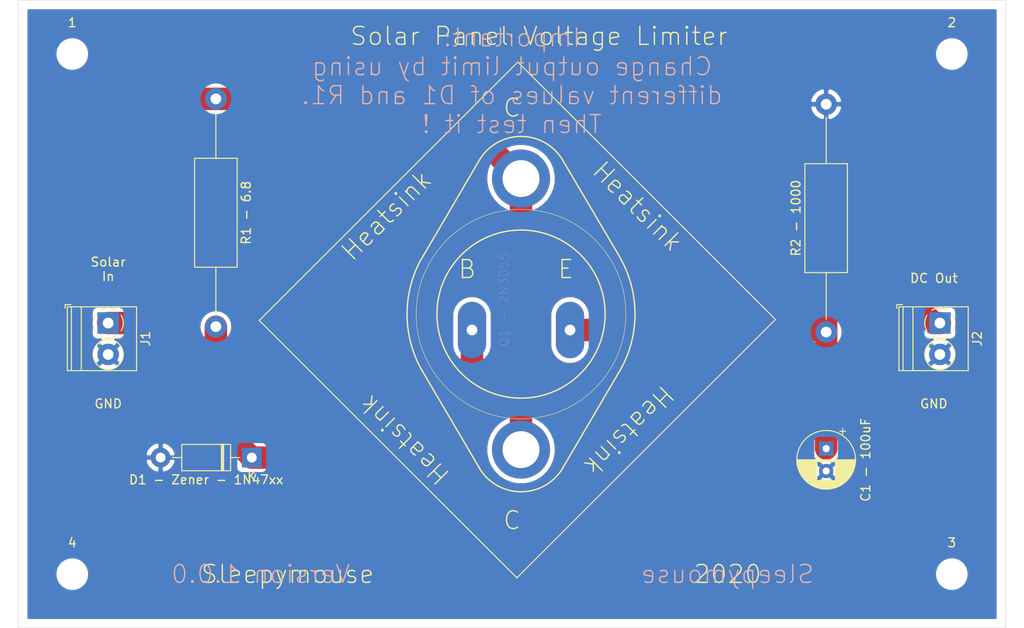
<source format=kicad_pcb>
(kicad_pcb (version 20171130) (host pcbnew "(5.1.5)-3")

  (general
    (thickness 1.6)
    (drawings 26)
    (tracks 26)
    (zones 0)
    (modules 11)
    (nets 5)
  )

  (page A4)
  (title_block
    (title "Garden Solar Light")
    (rev 1.0.1)
  )

  (layers
    (0 F.Cu signal)
    (31 B.Cu signal)
    (33 F.Adhes user)
    (34 B.Paste user)
    (35 F.Paste user)
    (36 B.SilkS user)
    (37 F.SilkS user)
    (38 B.Mask user)
    (39 F.Mask user)
    (40 Dwgs.User user)
    (41 Cmts.User user)
    (42 Eco1.User user)
    (43 Eco2.User user)
    (44 Edge.Cuts user)
    (45 Margin user)
    (46 B.CrtYd user)
    (47 F.CrtYd user)
    (48 B.Fab user)
    (49 F.Fab user)
  )

  (setup
    (last_trace_width 0.254)
    (user_trace_width 2)
    (user_trace_width 2.5)
    (user_trace_width 3)
    (trace_clearance 0.254)
    (zone_clearance 0.508)
    (zone_45_only no)
    (trace_min 0.1524)
    (via_size 0.762)
    (via_drill 0.381)
    (via_min_size 0.6858)
    (via_min_drill 0.3302)
    (uvia_size 0.762)
    (uvia_drill 0.381)
    (uvias_allowed no)
    (uvia_min_size 0.6858)
    (uvia_min_drill 0.3302)
    (edge_width 0.05)
    (segment_width 0.2)
    (pcb_text_width 0.3)
    (pcb_text_size 1.5 1.5)
    (mod_edge_width 0.12)
    (mod_text_size 1 1)
    (mod_text_width 0.15)
    (pad_size 1.524 1.524)
    (pad_drill 0.762)
    (pad_to_mask_clearance 0.0508)
    (solder_mask_min_width 0.1016)
    (aux_axis_origin 0 0)
    (visible_elements 7FFFFFFF)
    (pcbplotparams
      (layerselection 0x010f0_ffffffff)
      (usegerberextensions false)
      (usegerberattributes false)
      (usegerberadvancedattributes false)
      (creategerberjobfile false)
      (excludeedgelayer true)
      (linewidth 0.150000)
      (plotframeref false)
      (viasonmask false)
      (mode 1)
      (useauxorigin false)
      (hpglpennumber 1)
      (hpglpenspeed 20)
      (hpglpendiameter 15.000000)
      (psnegative false)
      (psa4output false)
      (plotreference true)
      (plotvalue false)
      (plotinvisibletext false)
      (padsonsilk true)
      (subtractmaskfromsilk false)
      (outputformat 1)
      (mirror false)
      (drillshape 0)
      (scaleselection 1)
      (outputdirectory "gerbers/jlcpcb/"))
  )

  (net 0 "")
  (net 1 GND)
  (net 2 "Net-(D1-Pad1)")
  (net 3 +VDC)
  (net 4 VCC)

  (net_class Default "This is the default net class."
    (clearance 0.254)
    (trace_width 0.254)
    (via_dia 0.762)
    (via_drill 0.381)
    (uvia_dia 0.762)
    (uvia_drill 0.381)
    (add_net +VDC)
    (add_net GND)
    (add_net "Net-(D1-Pad1)")
    (add_net VCC)
  )

  (module MountingHole:MountingHole_2.5mm (layer F.Cu) (tedit 56D1B4CB) (tstamp 5F4EF5BC)
    (at 76 56)
    (descr "Mounting Hole 2.5mm, no annular")
    (tags "mounting hole 2.5mm no annular")
    (attr virtual)
    (fp_text reference 1 (at 0 -3.5) (layer F.SilkS)
      (effects (font (size 1 1) (thickness 0.15)))
    )
    (fp_text value MountingHole_2.5mm (at 0 3.5) (layer F.Fab)
      (effects (font (size 1 1) (thickness 0.15)))
    )
    (fp_text user %R (at 0.3 0) (layer F.Fab)
      (effects (font (size 1 1) (thickness 0.15)))
    )
    (fp_circle (center 0 0) (end 2.5 0) (layer Cmts.User) (width 0.15))
    (fp_circle (center 0 0) (end 2.75 0) (layer F.CrtYd) (width 0.05))
    (pad 1 np_thru_hole circle (at 0 0) (size 2.5 2.5) (drill 2.5) (layers *.Cu *.Mask))
  )

  (module MountingHole:MountingHole_2.5mm (layer F.Cu) (tedit 56D1B4CB) (tstamp 5F4EF5A6)
    (at 76 114)
    (descr "Mounting Hole 2.5mm, no annular")
    (tags "mounting hole 2.5mm no annular")
    (attr virtual)
    (fp_text reference 4 (at 0 -3.5) (layer F.SilkS)
      (effects (font (size 1 1) (thickness 0.15)))
    )
    (fp_text value MountingHole_2.5mm (at 0 3.5) (layer F.Fab)
      (effects (font (size 1 1) (thickness 0.15)))
    )
    (fp_circle (center 0 0) (end 2.75 0) (layer F.CrtYd) (width 0.05))
    (fp_circle (center 0 0) (end 2.5 0) (layer Cmts.User) (width 0.15))
    (fp_text user %R (at 0.3 0) (layer F.Fab)
      (effects (font (size 1 1) (thickness 0.15)))
    )
    (pad 1 np_thru_hole circle (at 0 0) (size 2.5 2.5) (drill 2.5) (layers *.Cu *.Mask))
  )

  (module MountingHole:MountingHole_2.5mm (layer F.Cu) (tedit 56D1B4CB) (tstamp 5F4EF590)
    (at 174 114)
    (descr "Mounting Hole 2.5mm, no annular")
    (tags "mounting hole 2.5mm no annular")
    (attr virtual)
    (fp_text reference 3 (at 0 -3.5) (layer F.SilkS)
      (effects (font (size 1 1) (thickness 0.15)))
    )
    (fp_text value MountingHole_2.5mm (at 0 3.5) (layer F.Fab)
      (effects (font (size 1 1) (thickness 0.15)))
    )
    (fp_text user %R (at 0.3 0) (layer F.Fab)
      (effects (font (size 1 1) (thickness 0.15)))
    )
    (fp_circle (center 0 0) (end 2.5 0) (layer Cmts.User) (width 0.15))
    (fp_circle (center 0 0) (end 2.75 0) (layer F.CrtYd) (width 0.05))
    (pad 1 np_thru_hole circle (at 0 0) (size 2.5 2.5) (drill 2.5) (layers *.Cu *.Mask))
  )

  (module MountingHole:MountingHole_2.5mm (layer F.Cu) (tedit 56D1B4CB) (tstamp 5F4EF587)
    (at 174 56)
    (descr "Mounting Hole 2.5mm, no annular")
    (tags "mounting hole 2.5mm no annular")
    (attr virtual)
    (fp_text reference 2 (at 0 -3.5) (layer F.SilkS)
      (effects (font (size 1 1) (thickness 0.15)))
    )
    (fp_text value MountingHole_2.5mm (at 0 3.5) (layer F.Fab)
      (effects (font (size 1 1) (thickness 0.15)))
    )
    (fp_circle (center 0 0) (end 2.75 0) (layer F.CrtYd) (width 0.05))
    (fp_circle (center 0 0) (end 2.5 0) (layer Cmts.User) (width 0.15))
    (fp_text user %R (at 0.3 0) (layer F.Fab)
      (effects (font (size 1 1) (thickness 0.15)))
    )
    (pad 1 np_thru_hole circle (at 0 0) (size 2.5 2.5) (drill 2.5) (layers *.Cu *.Mask))
  )

  (module Capacitor_THT:CP_Radial_D6.3mm_P2.50mm (layer F.Cu) (tedit 5AE50EF0) (tstamp 5F4EC5CD)
    (at 160 100 270)
    (descr "CP, Radial series, Radial, pin pitch=2.50mm, , diameter=6.3mm, Electrolytic Capacitor")
    (tags "CP Radial series Radial pin pitch 2.50mm  diameter 6.3mm Electrolytic Capacitor")
    (path /5EB23603)
    (fp_text reference "C1 - 100uF" (at 1.25 -4.4 90) (layer F.SilkS)
      (effects (font (size 1 1) (thickness 0.15)))
    )
    (fp_text value 100uF (at 1.25 4.4 90) (layer F.Fab)
      (effects (font (size 1 1) (thickness 0.15)))
    )
    (fp_circle (center 1.25 0) (end 4.4 0) (layer F.Fab) (width 0.1))
    (fp_circle (center 1.25 0) (end 4.52 0) (layer F.SilkS) (width 0.12))
    (fp_circle (center 1.25 0) (end 4.65 0) (layer F.CrtYd) (width 0.05))
    (fp_line (start -1.443972 -1.3735) (end -0.813972 -1.3735) (layer F.Fab) (width 0.1))
    (fp_line (start -1.128972 -1.6885) (end -1.128972 -1.0585) (layer F.Fab) (width 0.1))
    (fp_line (start 1.25 -3.23) (end 1.25 3.23) (layer F.SilkS) (width 0.12))
    (fp_line (start 1.29 -3.23) (end 1.29 3.23) (layer F.SilkS) (width 0.12))
    (fp_line (start 1.33 -3.23) (end 1.33 3.23) (layer F.SilkS) (width 0.12))
    (fp_line (start 1.37 -3.228) (end 1.37 3.228) (layer F.SilkS) (width 0.12))
    (fp_line (start 1.41 -3.227) (end 1.41 3.227) (layer F.SilkS) (width 0.12))
    (fp_line (start 1.45 -3.224) (end 1.45 3.224) (layer F.SilkS) (width 0.12))
    (fp_line (start 1.49 -3.222) (end 1.49 -1.04) (layer F.SilkS) (width 0.12))
    (fp_line (start 1.49 1.04) (end 1.49 3.222) (layer F.SilkS) (width 0.12))
    (fp_line (start 1.53 -3.218) (end 1.53 -1.04) (layer F.SilkS) (width 0.12))
    (fp_line (start 1.53 1.04) (end 1.53 3.218) (layer F.SilkS) (width 0.12))
    (fp_line (start 1.57 -3.215) (end 1.57 -1.04) (layer F.SilkS) (width 0.12))
    (fp_line (start 1.57 1.04) (end 1.57 3.215) (layer F.SilkS) (width 0.12))
    (fp_line (start 1.61 -3.211) (end 1.61 -1.04) (layer F.SilkS) (width 0.12))
    (fp_line (start 1.61 1.04) (end 1.61 3.211) (layer F.SilkS) (width 0.12))
    (fp_line (start 1.65 -3.206) (end 1.65 -1.04) (layer F.SilkS) (width 0.12))
    (fp_line (start 1.65 1.04) (end 1.65 3.206) (layer F.SilkS) (width 0.12))
    (fp_line (start 1.69 -3.201) (end 1.69 -1.04) (layer F.SilkS) (width 0.12))
    (fp_line (start 1.69 1.04) (end 1.69 3.201) (layer F.SilkS) (width 0.12))
    (fp_line (start 1.73 -3.195) (end 1.73 -1.04) (layer F.SilkS) (width 0.12))
    (fp_line (start 1.73 1.04) (end 1.73 3.195) (layer F.SilkS) (width 0.12))
    (fp_line (start 1.77 -3.189) (end 1.77 -1.04) (layer F.SilkS) (width 0.12))
    (fp_line (start 1.77 1.04) (end 1.77 3.189) (layer F.SilkS) (width 0.12))
    (fp_line (start 1.81 -3.182) (end 1.81 -1.04) (layer F.SilkS) (width 0.12))
    (fp_line (start 1.81 1.04) (end 1.81 3.182) (layer F.SilkS) (width 0.12))
    (fp_line (start 1.85 -3.175) (end 1.85 -1.04) (layer F.SilkS) (width 0.12))
    (fp_line (start 1.85 1.04) (end 1.85 3.175) (layer F.SilkS) (width 0.12))
    (fp_line (start 1.89 -3.167) (end 1.89 -1.04) (layer F.SilkS) (width 0.12))
    (fp_line (start 1.89 1.04) (end 1.89 3.167) (layer F.SilkS) (width 0.12))
    (fp_line (start 1.93 -3.159) (end 1.93 -1.04) (layer F.SilkS) (width 0.12))
    (fp_line (start 1.93 1.04) (end 1.93 3.159) (layer F.SilkS) (width 0.12))
    (fp_line (start 1.971 -3.15) (end 1.971 -1.04) (layer F.SilkS) (width 0.12))
    (fp_line (start 1.971 1.04) (end 1.971 3.15) (layer F.SilkS) (width 0.12))
    (fp_line (start 2.011 -3.141) (end 2.011 -1.04) (layer F.SilkS) (width 0.12))
    (fp_line (start 2.011 1.04) (end 2.011 3.141) (layer F.SilkS) (width 0.12))
    (fp_line (start 2.051 -3.131) (end 2.051 -1.04) (layer F.SilkS) (width 0.12))
    (fp_line (start 2.051 1.04) (end 2.051 3.131) (layer F.SilkS) (width 0.12))
    (fp_line (start 2.091 -3.121) (end 2.091 -1.04) (layer F.SilkS) (width 0.12))
    (fp_line (start 2.091 1.04) (end 2.091 3.121) (layer F.SilkS) (width 0.12))
    (fp_line (start 2.131 -3.11) (end 2.131 -1.04) (layer F.SilkS) (width 0.12))
    (fp_line (start 2.131 1.04) (end 2.131 3.11) (layer F.SilkS) (width 0.12))
    (fp_line (start 2.171 -3.098) (end 2.171 -1.04) (layer F.SilkS) (width 0.12))
    (fp_line (start 2.171 1.04) (end 2.171 3.098) (layer F.SilkS) (width 0.12))
    (fp_line (start 2.211 -3.086) (end 2.211 -1.04) (layer F.SilkS) (width 0.12))
    (fp_line (start 2.211 1.04) (end 2.211 3.086) (layer F.SilkS) (width 0.12))
    (fp_line (start 2.251 -3.074) (end 2.251 -1.04) (layer F.SilkS) (width 0.12))
    (fp_line (start 2.251 1.04) (end 2.251 3.074) (layer F.SilkS) (width 0.12))
    (fp_line (start 2.291 -3.061) (end 2.291 -1.04) (layer F.SilkS) (width 0.12))
    (fp_line (start 2.291 1.04) (end 2.291 3.061) (layer F.SilkS) (width 0.12))
    (fp_line (start 2.331 -3.047) (end 2.331 -1.04) (layer F.SilkS) (width 0.12))
    (fp_line (start 2.331 1.04) (end 2.331 3.047) (layer F.SilkS) (width 0.12))
    (fp_line (start 2.371 -3.033) (end 2.371 -1.04) (layer F.SilkS) (width 0.12))
    (fp_line (start 2.371 1.04) (end 2.371 3.033) (layer F.SilkS) (width 0.12))
    (fp_line (start 2.411 -3.018) (end 2.411 -1.04) (layer F.SilkS) (width 0.12))
    (fp_line (start 2.411 1.04) (end 2.411 3.018) (layer F.SilkS) (width 0.12))
    (fp_line (start 2.451 -3.002) (end 2.451 -1.04) (layer F.SilkS) (width 0.12))
    (fp_line (start 2.451 1.04) (end 2.451 3.002) (layer F.SilkS) (width 0.12))
    (fp_line (start 2.491 -2.986) (end 2.491 -1.04) (layer F.SilkS) (width 0.12))
    (fp_line (start 2.491 1.04) (end 2.491 2.986) (layer F.SilkS) (width 0.12))
    (fp_line (start 2.531 -2.97) (end 2.531 -1.04) (layer F.SilkS) (width 0.12))
    (fp_line (start 2.531 1.04) (end 2.531 2.97) (layer F.SilkS) (width 0.12))
    (fp_line (start 2.571 -2.952) (end 2.571 -1.04) (layer F.SilkS) (width 0.12))
    (fp_line (start 2.571 1.04) (end 2.571 2.952) (layer F.SilkS) (width 0.12))
    (fp_line (start 2.611 -2.934) (end 2.611 -1.04) (layer F.SilkS) (width 0.12))
    (fp_line (start 2.611 1.04) (end 2.611 2.934) (layer F.SilkS) (width 0.12))
    (fp_line (start 2.651 -2.916) (end 2.651 -1.04) (layer F.SilkS) (width 0.12))
    (fp_line (start 2.651 1.04) (end 2.651 2.916) (layer F.SilkS) (width 0.12))
    (fp_line (start 2.691 -2.896) (end 2.691 -1.04) (layer F.SilkS) (width 0.12))
    (fp_line (start 2.691 1.04) (end 2.691 2.896) (layer F.SilkS) (width 0.12))
    (fp_line (start 2.731 -2.876) (end 2.731 -1.04) (layer F.SilkS) (width 0.12))
    (fp_line (start 2.731 1.04) (end 2.731 2.876) (layer F.SilkS) (width 0.12))
    (fp_line (start 2.771 -2.856) (end 2.771 -1.04) (layer F.SilkS) (width 0.12))
    (fp_line (start 2.771 1.04) (end 2.771 2.856) (layer F.SilkS) (width 0.12))
    (fp_line (start 2.811 -2.834) (end 2.811 -1.04) (layer F.SilkS) (width 0.12))
    (fp_line (start 2.811 1.04) (end 2.811 2.834) (layer F.SilkS) (width 0.12))
    (fp_line (start 2.851 -2.812) (end 2.851 -1.04) (layer F.SilkS) (width 0.12))
    (fp_line (start 2.851 1.04) (end 2.851 2.812) (layer F.SilkS) (width 0.12))
    (fp_line (start 2.891 -2.79) (end 2.891 -1.04) (layer F.SilkS) (width 0.12))
    (fp_line (start 2.891 1.04) (end 2.891 2.79) (layer F.SilkS) (width 0.12))
    (fp_line (start 2.931 -2.766) (end 2.931 -1.04) (layer F.SilkS) (width 0.12))
    (fp_line (start 2.931 1.04) (end 2.931 2.766) (layer F.SilkS) (width 0.12))
    (fp_line (start 2.971 -2.742) (end 2.971 -1.04) (layer F.SilkS) (width 0.12))
    (fp_line (start 2.971 1.04) (end 2.971 2.742) (layer F.SilkS) (width 0.12))
    (fp_line (start 3.011 -2.716) (end 3.011 -1.04) (layer F.SilkS) (width 0.12))
    (fp_line (start 3.011 1.04) (end 3.011 2.716) (layer F.SilkS) (width 0.12))
    (fp_line (start 3.051 -2.69) (end 3.051 -1.04) (layer F.SilkS) (width 0.12))
    (fp_line (start 3.051 1.04) (end 3.051 2.69) (layer F.SilkS) (width 0.12))
    (fp_line (start 3.091 -2.664) (end 3.091 -1.04) (layer F.SilkS) (width 0.12))
    (fp_line (start 3.091 1.04) (end 3.091 2.664) (layer F.SilkS) (width 0.12))
    (fp_line (start 3.131 -2.636) (end 3.131 -1.04) (layer F.SilkS) (width 0.12))
    (fp_line (start 3.131 1.04) (end 3.131 2.636) (layer F.SilkS) (width 0.12))
    (fp_line (start 3.171 -2.607) (end 3.171 -1.04) (layer F.SilkS) (width 0.12))
    (fp_line (start 3.171 1.04) (end 3.171 2.607) (layer F.SilkS) (width 0.12))
    (fp_line (start 3.211 -2.578) (end 3.211 -1.04) (layer F.SilkS) (width 0.12))
    (fp_line (start 3.211 1.04) (end 3.211 2.578) (layer F.SilkS) (width 0.12))
    (fp_line (start 3.251 -2.548) (end 3.251 -1.04) (layer F.SilkS) (width 0.12))
    (fp_line (start 3.251 1.04) (end 3.251 2.548) (layer F.SilkS) (width 0.12))
    (fp_line (start 3.291 -2.516) (end 3.291 -1.04) (layer F.SilkS) (width 0.12))
    (fp_line (start 3.291 1.04) (end 3.291 2.516) (layer F.SilkS) (width 0.12))
    (fp_line (start 3.331 -2.484) (end 3.331 -1.04) (layer F.SilkS) (width 0.12))
    (fp_line (start 3.331 1.04) (end 3.331 2.484) (layer F.SilkS) (width 0.12))
    (fp_line (start 3.371 -2.45) (end 3.371 -1.04) (layer F.SilkS) (width 0.12))
    (fp_line (start 3.371 1.04) (end 3.371 2.45) (layer F.SilkS) (width 0.12))
    (fp_line (start 3.411 -2.416) (end 3.411 -1.04) (layer F.SilkS) (width 0.12))
    (fp_line (start 3.411 1.04) (end 3.411 2.416) (layer F.SilkS) (width 0.12))
    (fp_line (start 3.451 -2.38) (end 3.451 -1.04) (layer F.SilkS) (width 0.12))
    (fp_line (start 3.451 1.04) (end 3.451 2.38) (layer F.SilkS) (width 0.12))
    (fp_line (start 3.491 -2.343) (end 3.491 -1.04) (layer F.SilkS) (width 0.12))
    (fp_line (start 3.491 1.04) (end 3.491 2.343) (layer F.SilkS) (width 0.12))
    (fp_line (start 3.531 -2.305) (end 3.531 -1.04) (layer F.SilkS) (width 0.12))
    (fp_line (start 3.531 1.04) (end 3.531 2.305) (layer F.SilkS) (width 0.12))
    (fp_line (start 3.571 -2.265) (end 3.571 2.265) (layer F.SilkS) (width 0.12))
    (fp_line (start 3.611 -2.224) (end 3.611 2.224) (layer F.SilkS) (width 0.12))
    (fp_line (start 3.651 -2.182) (end 3.651 2.182) (layer F.SilkS) (width 0.12))
    (fp_line (start 3.691 -2.137) (end 3.691 2.137) (layer F.SilkS) (width 0.12))
    (fp_line (start 3.731 -2.092) (end 3.731 2.092) (layer F.SilkS) (width 0.12))
    (fp_line (start 3.771 -2.044) (end 3.771 2.044) (layer F.SilkS) (width 0.12))
    (fp_line (start 3.811 -1.995) (end 3.811 1.995) (layer F.SilkS) (width 0.12))
    (fp_line (start 3.851 -1.944) (end 3.851 1.944) (layer F.SilkS) (width 0.12))
    (fp_line (start 3.891 -1.89) (end 3.891 1.89) (layer F.SilkS) (width 0.12))
    (fp_line (start 3.931 -1.834) (end 3.931 1.834) (layer F.SilkS) (width 0.12))
    (fp_line (start 3.971 -1.776) (end 3.971 1.776) (layer F.SilkS) (width 0.12))
    (fp_line (start 4.011 -1.714) (end 4.011 1.714) (layer F.SilkS) (width 0.12))
    (fp_line (start 4.051 -1.65) (end 4.051 1.65) (layer F.SilkS) (width 0.12))
    (fp_line (start 4.091 -1.581) (end 4.091 1.581) (layer F.SilkS) (width 0.12))
    (fp_line (start 4.131 -1.509) (end 4.131 1.509) (layer F.SilkS) (width 0.12))
    (fp_line (start 4.171 -1.432) (end 4.171 1.432) (layer F.SilkS) (width 0.12))
    (fp_line (start 4.211 -1.35) (end 4.211 1.35) (layer F.SilkS) (width 0.12))
    (fp_line (start 4.251 -1.262) (end 4.251 1.262) (layer F.SilkS) (width 0.12))
    (fp_line (start 4.291 -1.165) (end 4.291 1.165) (layer F.SilkS) (width 0.12))
    (fp_line (start 4.331 -1.059) (end 4.331 1.059) (layer F.SilkS) (width 0.12))
    (fp_line (start 4.371 -0.94) (end 4.371 0.94) (layer F.SilkS) (width 0.12))
    (fp_line (start 4.411 -0.802) (end 4.411 0.802) (layer F.SilkS) (width 0.12))
    (fp_line (start 4.451 -0.633) (end 4.451 0.633) (layer F.SilkS) (width 0.12))
    (fp_line (start 4.491 -0.402) (end 4.491 0.402) (layer F.SilkS) (width 0.12))
    (fp_line (start -2.250241 -1.839) (end -1.620241 -1.839) (layer F.SilkS) (width 0.12))
    (fp_line (start -1.935241 -2.154) (end -1.935241 -1.524) (layer F.SilkS) (width 0.12))
    (fp_text user %R (at 0.30226 13.64996) (layer F.Fab)
      (effects (font (size 1 1) (thickness 0.15)))
    )
    (pad 1 thru_hole rect (at 0 0 270) (size 1.6 1.6) (drill 0.8) (layers *.Cu *.Mask)
      (net 3 +VDC))
    (pad 2 thru_hole circle (at 2.5 0 270) (size 1.6 1.6) (drill 0.8) (layers *.Cu *.Mask)
      (net 1 GND))
    (model ${KISYS3DMOD}/Capacitor_THT.3dshapes/CP_Radial_D6.3mm_P2.50mm.wrl
      (at (xyz 0 0 0))
      (scale (xyz 1 1 1))
      (rotate (xyz 0 0 0))
    )
  )

  (module Diode_THT:D_DO-41_SOD81_P10.16mm_Horizontal (layer F.Cu) (tedit 5AE50CD5) (tstamp 5F4EC5EC)
    (at 96 101 180)
    (descr "Diode, DO-41_SOD81 series, Axial, Horizontal, pin pitch=10.16mm, , length*diameter=5.2*2.7mm^2, , http://www.diodes.com/_files/packages/DO-41%20(Plastic).pdf")
    (tags "Diode DO-41_SOD81 series Axial Horizontal pin pitch 10.16mm  length 5.2mm diameter 2.7mm")
    (path /5F434524)
    (fp_text reference "D1 - Zener - 1N47xx" (at 5.08 -2.47) (layer F.SilkS)
      (effects (font (size 1 1) (thickness 0.15)))
    )
    (fp_text value 1N47xxA (at 5.08 2.47) (layer F.Fab)
      (effects (font (size 1 1) (thickness 0.15)))
    )
    (fp_line (start 2.48 -1.35) (end 2.48 1.35) (layer F.Fab) (width 0.1))
    (fp_line (start 2.48 1.35) (end 7.68 1.35) (layer F.Fab) (width 0.1))
    (fp_line (start 7.68 1.35) (end 7.68 -1.35) (layer F.Fab) (width 0.1))
    (fp_line (start 7.68 -1.35) (end 2.48 -1.35) (layer F.Fab) (width 0.1))
    (fp_line (start 0 0) (end 2.48 0) (layer F.Fab) (width 0.1))
    (fp_line (start 10.16 0) (end 7.68 0) (layer F.Fab) (width 0.1))
    (fp_line (start 3.26 -1.35) (end 3.26 1.35) (layer F.Fab) (width 0.1))
    (fp_line (start 3.36 -1.35) (end 3.36 1.35) (layer F.Fab) (width 0.1))
    (fp_line (start 3.16 -1.35) (end 3.16 1.35) (layer F.Fab) (width 0.1))
    (fp_line (start 2.36 -1.47) (end 2.36 1.47) (layer F.SilkS) (width 0.12))
    (fp_line (start 2.36 1.47) (end 7.8 1.47) (layer F.SilkS) (width 0.12))
    (fp_line (start 7.8 1.47) (end 7.8 -1.47) (layer F.SilkS) (width 0.12))
    (fp_line (start 7.8 -1.47) (end 2.36 -1.47) (layer F.SilkS) (width 0.12))
    (fp_line (start 1.34 0) (end 2.36 0) (layer F.SilkS) (width 0.12))
    (fp_line (start 8.82 0) (end 7.8 0) (layer F.SilkS) (width 0.12))
    (fp_line (start 3.26 -1.47) (end 3.26 1.47) (layer F.SilkS) (width 0.12))
    (fp_line (start 3.38 -1.47) (end 3.38 1.47) (layer F.SilkS) (width 0.12))
    (fp_line (start 3.14 -1.47) (end 3.14 1.47) (layer F.SilkS) (width 0.12))
    (fp_line (start -1.35 -1.6) (end -1.35 1.6) (layer F.CrtYd) (width 0.05))
    (fp_line (start -1.35 1.6) (end 11.51 1.6) (layer F.CrtYd) (width 0.05))
    (fp_line (start 11.51 1.6) (end 11.51 -1.6) (layer F.CrtYd) (width 0.05))
    (fp_line (start 11.51 -1.6) (end -1.35 -1.6) (layer F.CrtYd) (width 0.05))
    (fp_text user %R (at 5.47 0) (layer F.Fab)
      (effects (font (size 1 1) (thickness 0.15)))
    )
    (fp_text user K (at 0 -2.1) (layer F.Fab)
      (effects (font (size 1 1) (thickness 0.15)))
    )
    (fp_text user K (at 0 -2.1) (layer F.SilkS)
      (effects (font (size 1 1) (thickness 0.15)))
    )
    (pad 1 thru_hole rect (at 0 0 180) (size 2.2 2.2) (drill 1.1) (layers *.Cu *.Mask)
      (net 2 "Net-(D1-Pad1)"))
    (pad 2 thru_hole oval (at 10.16 0 180) (size 2.2 2.2) (drill 1.1) (layers *.Cu *.Mask)
      (net 1 GND))
    (model ${KISYS3DMOD}/Diode_THT.3dshapes/D_DO-41_SOD81_P10.16mm_Horizontal.wrl
      (at (xyz 0 0 0))
      (scale (xyz 1 1 1))
      (rotate (xyz 0 0 0))
    )
  )

  (module TerminalBlock_Phoenix:TerminalBlock_Phoenix_PT-1,5-2-3.5-H_1x02_P3.50mm_Horizontal (layer F.Cu) (tedit 5B294F3F) (tstamp 5F4EC616)
    (at 80 86 270)
    (descr "Terminal Block Phoenix PT-1,5-2-3.5-H, 2 pins, pitch 3.5mm, size 7x7.6mm^2, drill diamater 1.2mm, pad diameter 2.4mm, see , script-generated using https://github.com/pointhi/kicad-footprint-generator/scripts/TerminalBlock_Phoenix")
    (tags "THT Terminal Block Phoenix PT-1,5-2-3.5-H pitch 3.5mm size 7x7.6mm^2 drill 1.2mm pad 2.4mm")
    (path /5F43E485)
    (fp_text reference J1 (at 1.75 -4.16 90) (layer F.SilkS)
      (effects (font (size 1 1) (thickness 0.15)))
    )
    (fp_text value Screw_Terminal_01x02 (at 1.75 5.56 90) (layer F.Fab)
      (effects (font (size 1 1) (thickness 0.15)))
    )
    (fp_text user %R (at 1.75 2.4 90) (layer F.Fab)
      (effects (font (size 1 1) (thickness 0.15)))
    )
    (fp_line (start 5.75 -3.6) (end -2.25 -3.6) (layer F.CrtYd) (width 0.05))
    (fp_line (start 5.75 5) (end 5.75 -3.6) (layer F.CrtYd) (width 0.05))
    (fp_line (start -2.25 5) (end 5.75 5) (layer F.CrtYd) (width 0.05))
    (fp_line (start -2.25 -3.6) (end -2.25 5) (layer F.CrtYd) (width 0.05))
    (fp_line (start -2.05 4.8) (end -1.65 4.8) (layer F.SilkS) (width 0.12))
    (fp_line (start -2.05 4.16) (end -2.05 4.8) (layer F.SilkS) (width 0.12))
    (fp_line (start 2.355 0.941) (end 2.226 1.069) (layer F.SilkS) (width 0.12))
    (fp_line (start 4.57 -1.275) (end 4.476 -1.181) (layer F.SilkS) (width 0.12))
    (fp_line (start 2.525 1.181) (end 2.431 1.274) (layer F.SilkS) (width 0.12))
    (fp_line (start 4.775 -1.069) (end 4.646 -0.941) (layer F.SilkS) (width 0.12))
    (fp_line (start 4.455 -1.138) (end 2.363 0.955) (layer F.Fab) (width 0.1))
    (fp_line (start 4.638 -0.955) (end 2.546 1.138) (layer F.Fab) (width 0.1))
    (fp_line (start 0.955 -1.138) (end -1.138 0.955) (layer F.Fab) (width 0.1))
    (fp_line (start 1.138 -0.955) (end -0.955 1.138) (layer F.Fab) (width 0.1))
    (fp_line (start 5.31 -3.16) (end 5.31 4.56) (layer F.SilkS) (width 0.12))
    (fp_line (start -1.81 -3.16) (end -1.81 4.56) (layer F.SilkS) (width 0.12))
    (fp_line (start -1.81 4.56) (end 5.31 4.56) (layer F.SilkS) (width 0.12))
    (fp_line (start -1.81 -3.16) (end 5.31 -3.16) (layer F.SilkS) (width 0.12))
    (fp_line (start -1.81 3) (end 5.31 3) (layer F.SilkS) (width 0.12))
    (fp_line (start -1.75 3) (end 5.25 3) (layer F.Fab) (width 0.1))
    (fp_line (start -1.81 4.1) (end 5.31 4.1) (layer F.SilkS) (width 0.12))
    (fp_line (start -1.75 4.1) (end 5.25 4.1) (layer F.Fab) (width 0.1))
    (fp_line (start -1.75 4.1) (end -1.75 -3.1) (layer F.Fab) (width 0.1))
    (fp_line (start -1.35 4.5) (end -1.75 4.1) (layer F.Fab) (width 0.1))
    (fp_line (start 5.25 4.5) (end -1.35 4.5) (layer F.Fab) (width 0.1))
    (fp_line (start 5.25 -3.1) (end 5.25 4.5) (layer F.Fab) (width 0.1))
    (fp_line (start -1.75 -3.1) (end 5.25 -3.1) (layer F.Fab) (width 0.1))
    (fp_circle (center 3.5 0) (end 5.18 0) (layer F.SilkS) (width 0.12))
    (fp_circle (center 3.5 0) (end 5 0) (layer F.Fab) (width 0.1))
    (fp_circle (center 0 0) (end 1.5 0) (layer F.Fab) (width 0.1))
    (fp_arc (start 0 0) (end -0.866 1.44) (angle -32) (layer F.SilkS) (width 0.12))
    (fp_arc (start 0 0) (end -1.44 -0.866) (angle -63) (layer F.SilkS) (width 0.12))
    (fp_arc (start 0 0) (end 0.866 -1.44) (angle -63) (layer F.SilkS) (width 0.12))
    (fp_arc (start 0 0) (end 1.425 0.891) (angle -64) (layer F.SilkS) (width 0.12))
    (fp_arc (start 0 0) (end 0 1.68) (angle -32) (layer F.SilkS) (width 0.12))
    (pad 2 thru_hole circle (at 3.5 0 270) (size 2.4 2.4) (drill 1.2) (layers *.Cu *.Mask)
      (net 1 GND))
    (pad 1 thru_hole rect (at 0 0 270) (size 2.4 2.4) (drill 1.2) (layers *.Cu *.Mask)
      (net 4 VCC))
    (model ${KISYS3DMOD}/TerminalBlock_Phoenix.3dshapes/TerminalBlock_Phoenix_PT-1,5-2-3.5-H_1x02_P3.50mm_Horizontal.wrl
      (at (xyz 0 0 0))
      (scale (xyz 1 1 1))
      (rotate (xyz 0 0 0))
    )
  )

  (module TerminalBlock_Phoenix:TerminalBlock_Phoenix_PT-1,5-2-3.5-H_1x02_P3.50mm_Horizontal (layer F.Cu) (tedit 5B294F3F) (tstamp 5F4EC640)
    (at 172.6692 86 270)
    (descr "Terminal Block Phoenix PT-1,5-2-3.5-H, 2 pins, pitch 3.5mm, size 7x7.6mm^2, drill diamater 1.2mm, pad diameter 2.4mm, see , script-generated using https://github.com/pointhi/kicad-footprint-generator/scripts/TerminalBlock_Phoenix")
    (tags "THT Terminal Block Phoenix PT-1,5-2-3.5-H pitch 3.5mm size 7x7.6mm^2 drill 1.2mm pad 2.4mm")
    (path /5F43C88C)
    (fp_text reference J2 (at 1.75 -4.16 90) (layer F.SilkS)
      (effects (font (size 1 1) (thickness 0.15)))
    )
    (fp_text value Screw_Terminal_01x02 (at 1.75 5.56 90) (layer F.Fab)
      (effects (font (size 1 1) (thickness 0.15)))
    )
    (fp_arc (start 0 0) (end 0 1.68) (angle -32) (layer F.SilkS) (width 0.12))
    (fp_arc (start 0 0) (end 1.425 0.891) (angle -64) (layer F.SilkS) (width 0.12))
    (fp_arc (start 0 0) (end 0.866 -1.44) (angle -63) (layer F.SilkS) (width 0.12))
    (fp_arc (start 0 0) (end -1.44 -0.866) (angle -63) (layer F.SilkS) (width 0.12))
    (fp_arc (start 0 0) (end -0.866 1.44) (angle -32) (layer F.SilkS) (width 0.12))
    (fp_circle (center 0 0) (end 1.5 0) (layer F.Fab) (width 0.1))
    (fp_circle (center 3.5 0) (end 5 0) (layer F.Fab) (width 0.1))
    (fp_circle (center 3.5 0) (end 5.18 0) (layer F.SilkS) (width 0.12))
    (fp_line (start -1.75 -3.1) (end 5.25 -3.1) (layer F.Fab) (width 0.1))
    (fp_line (start 5.25 -3.1) (end 5.25 4.5) (layer F.Fab) (width 0.1))
    (fp_line (start 5.25 4.5) (end -1.35 4.5) (layer F.Fab) (width 0.1))
    (fp_line (start -1.35 4.5) (end -1.75 4.1) (layer F.Fab) (width 0.1))
    (fp_line (start -1.75 4.1) (end -1.75 -3.1) (layer F.Fab) (width 0.1))
    (fp_line (start -1.75 4.1) (end 5.25 4.1) (layer F.Fab) (width 0.1))
    (fp_line (start -1.81 4.1) (end 5.31 4.1) (layer F.SilkS) (width 0.12))
    (fp_line (start -1.75 3) (end 5.25 3) (layer F.Fab) (width 0.1))
    (fp_line (start -1.81 3) (end 5.31 3) (layer F.SilkS) (width 0.12))
    (fp_line (start -1.81 -3.16) (end 5.31 -3.16) (layer F.SilkS) (width 0.12))
    (fp_line (start -1.81 4.56) (end 5.31 4.56) (layer F.SilkS) (width 0.12))
    (fp_line (start -1.81 -3.16) (end -1.81 4.56) (layer F.SilkS) (width 0.12))
    (fp_line (start 5.31 -3.16) (end 5.31 4.56) (layer F.SilkS) (width 0.12))
    (fp_line (start 1.138 -0.955) (end -0.955 1.138) (layer F.Fab) (width 0.1))
    (fp_line (start 0.955 -1.138) (end -1.138 0.955) (layer F.Fab) (width 0.1))
    (fp_line (start 4.638 -0.955) (end 2.546 1.138) (layer F.Fab) (width 0.1))
    (fp_line (start 4.455 -1.138) (end 2.363 0.955) (layer F.Fab) (width 0.1))
    (fp_line (start 4.775 -1.069) (end 4.646 -0.941) (layer F.SilkS) (width 0.12))
    (fp_line (start 2.525 1.181) (end 2.431 1.274) (layer F.SilkS) (width 0.12))
    (fp_line (start 4.57 -1.275) (end 4.476 -1.181) (layer F.SilkS) (width 0.12))
    (fp_line (start 2.355 0.941) (end 2.226 1.069) (layer F.SilkS) (width 0.12))
    (fp_line (start -2.05 4.16) (end -2.05 4.8) (layer F.SilkS) (width 0.12))
    (fp_line (start -2.05 4.8) (end -1.65 4.8) (layer F.SilkS) (width 0.12))
    (fp_line (start -2.25 -3.6) (end -2.25 5) (layer F.CrtYd) (width 0.05))
    (fp_line (start -2.25 5) (end 5.75 5) (layer F.CrtYd) (width 0.05))
    (fp_line (start 5.75 5) (end 5.75 -3.6) (layer F.CrtYd) (width 0.05))
    (fp_line (start 5.75 -3.6) (end -2.25 -3.6) (layer F.CrtYd) (width 0.05))
    (fp_text user %R (at 1.75 2.4 90) (layer F.Fab)
      (effects (font (size 1 1) (thickness 0.15)))
    )
    (pad 1 thru_hole rect (at 0 0 270) (size 2.4 2.4) (drill 1.2) (layers *.Cu *.Mask)
      (net 3 +VDC))
    (pad 2 thru_hole circle (at 3.5 0 270) (size 2.4 2.4) (drill 1.2) (layers *.Cu *.Mask)
      (net 1 GND))
    (model ${KISYS3DMOD}/TerminalBlock_Phoenix.3dshapes/TerminalBlock_Phoenix_PT-1,5-2-3.5-H_1x02_P3.50mm_Horizontal.wrl
      (at (xyz 0 0 0))
      (scale (xyz 1 1 1))
      (rotate (xyz 0 0 0))
    )
  )

  (module Resistor_THT:R_Axial_DIN0414_L11.9mm_D4.5mm_P25.40mm_Horizontal (layer F.Cu) (tedit 5AE5139B) (tstamp 5F4EC67B)
    (at 92 61 270)
    (descr "Resistor, Axial_DIN0414 series, Axial, Horizontal, pin pitch=25.4mm, 2W, length*diameter=11.9*4.5mm^2, http://www.vishay.com/docs/20128/wkxwrx.pdf")
    (tags "Resistor Axial_DIN0414 series Axial Horizontal pin pitch 25.4mm 2W length 11.9mm diameter 4.5mm")
    (path /5F4334F5)
    (fp_text reference "R1 - 6.8" (at 12.7 -3.37 90) (layer F.SilkS)
      (effects (font (size 1 1) (thickness 0.15)))
    )
    (fp_text value 6.8 (at 12.7 3.37 90) (layer F.Fab)
      (effects (font (size 1 1) (thickness 0.15)))
    )
    (fp_line (start 6.75 -2.25) (end 6.75 2.25) (layer F.Fab) (width 0.1))
    (fp_line (start 6.75 2.25) (end 18.65 2.25) (layer F.Fab) (width 0.1))
    (fp_line (start 18.65 2.25) (end 18.65 -2.25) (layer F.Fab) (width 0.1))
    (fp_line (start 18.65 -2.25) (end 6.75 -2.25) (layer F.Fab) (width 0.1))
    (fp_line (start 0 0) (end 6.75 0) (layer F.Fab) (width 0.1))
    (fp_line (start 25.4 0) (end 18.65 0) (layer F.Fab) (width 0.1))
    (fp_line (start 6.63 -2.37) (end 6.63 2.37) (layer F.SilkS) (width 0.12))
    (fp_line (start 6.63 2.37) (end 18.77 2.37) (layer F.SilkS) (width 0.12))
    (fp_line (start 18.77 2.37) (end 18.77 -2.37) (layer F.SilkS) (width 0.12))
    (fp_line (start 18.77 -2.37) (end 6.63 -2.37) (layer F.SilkS) (width 0.12))
    (fp_line (start 1.44 0) (end 6.63 0) (layer F.SilkS) (width 0.12))
    (fp_line (start 23.96 0) (end 18.77 0) (layer F.SilkS) (width 0.12))
    (fp_line (start -1.45 -2.5) (end -1.45 2.5) (layer F.CrtYd) (width 0.05))
    (fp_line (start -1.45 2.5) (end 26.85 2.5) (layer F.CrtYd) (width 0.05))
    (fp_line (start 26.85 2.5) (end 26.85 -2.5) (layer F.CrtYd) (width 0.05))
    (fp_line (start 26.85 -2.5) (end -1.45 -2.5) (layer F.CrtYd) (width 0.05))
    (fp_text user %R (at 12.7 0 90) (layer F.Fab)
      (effects (font (size 1 1) (thickness 0.15)))
    )
    (pad 1 thru_hole circle (at 0 0 270) (size 2.4 2.4) (drill 1.2) (layers *.Cu *.Mask)
      (net 4 VCC))
    (pad 2 thru_hole oval (at 25.4 0 270) (size 2.4 2.4) (drill 1.2) (layers *.Cu *.Mask)
      (net 2 "Net-(D1-Pad1)"))
    (model ${KISYS3DMOD}/Resistor_THT.3dshapes/R_Axial_DIN0414_L11.9mm_D4.5mm_P25.40mm_Horizontal.wrl
      (at (xyz 0 0 0))
      (scale (xyz 1 1 1))
      (rotate (xyz 0 0 0))
    )
  )

  (module Resistor_THT:R_Axial_DIN0414_L11.9mm_D4.5mm_P25.40mm_Horizontal (layer F.Cu) (tedit 5AE5139B) (tstamp 5F4EC692)
    (at 160 87 90)
    (descr "Resistor, Axial_DIN0414 series, Axial, Horizontal, pin pitch=25.4mm, 2W, length*diameter=11.9*4.5mm^2, http://www.vishay.com/docs/20128/wkxwrx.pdf")
    (tags "Resistor Axial_DIN0414 series Axial Horizontal pin pitch 25.4mm 2W length 11.9mm diameter 4.5mm")
    (path /5F43A374)
    (fp_text reference "R2 - 1000" (at 12.7 -3.37 90) (layer F.SilkS)
      (effects (font (size 1 1) (thickness 0.15)))
    )
    (fp_text value 1000 (at 12.7 3.37 90) (layer F.Fab)
      (effects (font (size 1 1) (thickness 0.15)))
    )
    (fp_text user %R (at 12.7 0 90) (layer F.Fab)
      (effects (font (size 1 1) (thickness 0.15)))
    )
    (fp_line (start 26.85 -2.5) (end -1.45 -2.5) (layer F.CrtYd) (width 0.05))
    (fp_line (start 26.85 2.5) (end 26.85 -2.5) (layer F.CrtYd) (width 0.05))
    (fp_line (start -1.45 2.5) (end 26.85 2.5) (layer F.CrtYd) (width 0.05))
    (fp_line (start -1.45 -2.5) (end -1.45 2.5) (layer F.CrtYd) (width 0.05))
    (fp_line (start 23.96 0) (end 18.77 0) (layer F.SilkS) (width 0.12))
    (fp_line (start 1.44 0) (end 6.63 0) (layer F.SilkS) (width 0.12))
    (fp_line (start 18.77 -2.37) (end 6.63 -2.37) (layer F.SilkS) (width 0.12))
    (fp_line (start 18.77 2.37) (end 18.77 -2.37) (layer F.SilkS) (width 0.12))
    (fp_line (start 6.63 2.37) (end 18.77 2.37) (layer F.SilkS) (width 0.12))
    (fp_line (start 6.63 -2.37) (end 6.63 2.37) (layer F.SilkS) (width 0.12))
    (fp_line (start 25.4 0) (end 18.65 0) (layer F.Fab) (width 0.1))
    (fp_line (start 0 0) (end 6.75 0) (layer F.Fab) (width 0.1))
    (fp_line (start 18.65 -2.25) (end 6.75 -2.25) (layer F.Fab) (width 0.1))
    (fp_line (start 18.65 2.25) (end 18.65 -2.25) (layer F.Fab) (width 0.1))
    (fp_line (start 6.75 2.25) (end 18.65 2.25) (layer F.Fab) (width 0.1))
    (fp_line (start 6.75 -2.25) (end 6.75 2.25) (layer F.Fab) (width 0.1))
    (pad 2 thru_hole oval (at 25.4 0 90) (size 2.4 2.4) (drill 1.2) (layers *.Cu *.Mask)
      (net 1 GND))
    (pad 1 thru_hole circle (at 0 0 90) (size 2.4 2.4) (drill 1.2) (layers *.Cu *.Mask)
      (net 3 +VDC))
    (model ${KISYS3DMOD}/Resistor_THT.3dshapes/R_Axial_DIN0414_L11.9mm_D4.5mm_P25.40mm_Horizontal.wrl
      (at (xyz 0 0 0))
      (scale (xyz 1 1 1))
      (rotate (xyz 0 0 0))
    )
  )

  (module TO3A (layer F.Cu) (tedit 5F4E8E91) (tstamp 5F4F0017)
    (at 126 85 90)
    (descr "<b>Metal Can Package</b>")
    (path /5F4FDB57)
    (fp_text reference "Q1 - 2N3055" (at 1.65125 -1.90527 270) (layer F.SilkS)
      (effects (font (size 1 1) (thickness 0.015)))
    )
    (fp_text value 2N3055 (at 4.19325 1.52481 270) (layer F.Fab)
      (effects (font (size 1.400756 1.400756) (thickness 0.015)))
    )
    (fp_circle (center -15.113 0) (end -12.954 0) (layer F.Fab) (width 0.1524))
    (fp_circle (center 15.113 0) (end 17.272 0) (layer F.Fab) (width 0.1524))
    (fp_circle (center 0 0) (end 11.684 0) (layer F.SilkS) (width 0.0508))
    (fp_circle (center 0 0) (end 9.3726 0) (layer F.SilkS) (width 0.1524))
    (fp_arc (start 0.000063 0) (end 5.9765 -11.2059) (angle -28.0726) (layer F.SilkS) (width 0.1524))
    (fp_arc (start 0.000017 0.000016) (end 0 -12.7) (angle -30.1136) (layer F.SilkS) (width 0.1524))
    (fp_arc (start -0.000063 0) (end 0 12.7) (angle 28.0726) (layer F.SilkS) (width 0.1524))
    (fp_arc (start -0.000017 -0.000016) (end 6.3718 10.9859) (angle 30.1136) (layer F.SilkS) (width 0.1524))
    (fp_arc (start -14.401803 0.000028) (end -17.1555 4.657) (angle 59.4042) (layer F.SilkS) (width 0.1524))
    (fp_arc (start -14.401803 0.000039) (end -17.0927 -4.6935) (angle -60.1731) (layer F.SilkS) (width 0.1524))
    (fp_arc (start 14.401797 -0.000022) (end 19.812 0) (angle 57.1487) (layer F.SilkS) (width 0.1524))
    (fp_arc (start 14.401797 0.000022) (end 19.812 0) (angle -57.1487) (layer F.SilkS) (width 0.1524))
    (fp_line (start -5.9436 11.2268) (end -17.2466 4.5974) (layer F.SilkS) (width 0.1524))
    (fp_line (start -6.35 -10.9982) (end -17.272 -4.572) (layer F.SilkS) (width 0.1524))
    (fp_line (start 5.969 -11.2014) (end 17.3736 -4.5212) (layer F.SilkS) (width 0.1524))
    (fp_line (start 6.3754 10.9982) (end 17.3736 4.5212) (layer F.SilkS) (width 0.1524))
    (pad C1 thru_hole circle (at -15.113 0 90) (size 6.477 6.477) (drill 4.1148) (layers *.Cu *.Mask)
      (net 4 VCC))
    (pad C thru_hole circle (at 15.113 0 90) (size 6.477 6.477) (drill 4.1148) (layers *.Cu *.Mask)
      (net 4 VCC))
    (pad B thru_hole oval (at -1.778 -5.461 90) (size 6.2992 3.1496) (drill 1.1938) (layers *.Cu *.Mask)
      (net 2 "Net-(D1-Pad1)"))
    (pad E thru_hole oval (at -1.778 5.461 90) (size 6.2992 3.1496) (drill 1.1938) (layers *.Cu *.Mask)
      (net 3 +VDC))
  )

  (gr_text Sleepymouse (at 149 114) (layer B.SilkS)
    (effects (font (size 2 2) (thickness 0.15)) (justify mirror))
  )
  (gr_text "Important:\nChange output limit by using\ndifferent values of D1 and R1.\nThen test it !" (at 125 59) (layer B.SilkS)
    (effects (font (size 2 2) (thickness 0.15)) (justify mirror))
  )
  (gr_text "Version 1.0.0" (at 97 114) (layer B.SilkS)
    (effects (font (size 2 2) (thickness 0.15)) (justify mirror))
  )
  (gr_text Heatsink (at 113 99 135) (layer F.SilkS) (tstamp 5F4EF77F)
    (effects (font (size 2 2) (thickness 0.15)))
  )
  (gr_text Heatsink (at 139 73 315) (layer F.SilkS) (tstamp 5F4EF777)
    (effects (font (size 2 2) (thickness 0.15)))
  )
  (gr_text Heatsink (at 138 98 225) (layer F.SilkS) (tstamp 5F4EF751)
    (effects (font (size 2 2) (thickness 0.15)))
  )
  (gr_text Heatsink (at 111 74 45) (layer F.SilkS)
    (effects (font (size 2 2) (thickness 0.15)))
  )
  (gr_text "Solar Panel Voltage Limiter" (at 128 54) (layer F.SilkS)
    (effects (font (size 2 2) (thickness 0.15)))
  )
  (gr_text "2020\n" (at 149 114) (layer F.SilkS)
    (effects (font (size 2 2) (thickness 0.15)))
  )
  (gr_text Sleepymouse (at 100 114) (layer F.SilkS)
    (effects (font (size 2 2) (thickness 0.15)))
  )
  (gr_text E (at 131 80) (layer F.SilkS)
    (effects (font (size 2 2) (thickness 0.15)))
  )
  (gr_text B (at 120 80) (layer F.SilkS)
    (effects (font (size 2 2) (thickness 0.15)))
  )
  (gr_text C (at 125 62) (layer F.SilkS) (tstamp 5F4EF70E)
    (effects (font (size 2 2) (thickness 0.15)))
  )
  (gr_text C (at 125 108) (layer F.SilkS)
    (effects (font (size 2 2) (thickness 0.15)))
  )
  (gr_text "Solar\nIn" (at 80 80) (layer F.SilkS)
    (effects (font (size 1 1) (thickness 0.15)))
  )
  (gr_text "DC Out" (at 172 81) (layer F.SilkS)
    (effects (font (size 1 1) (thickness 0.15)))
  )
  (gr_text GND (at 172 95) (layer F.SilkS) (tstamp 5F4EF5EC)
    (effects (font (size 1 1) (thickness 0.15)))
  )
  (gr_text GND (at 80 95) (layer F.SilkS)
    (effects (font (size 1 1) (thickness 0.15)))
  )
  (gr_line (start 70 120) (end 70 50) (layer Edge.Cuts) (width 0.05) (tstamp 5F4EECBD))
  (gr_line (start 180 120) (end 70 120) (layer Edge.Cuts) (width 0.05))
  (gr_line (start 180 50) (end 180 120) (layer Edge.Cuts) (width 0.05))
  (gr_line (start 70 50) (end 180 50) (layer Edge.Cuts) (width 0.05))
  (gr_line (start 125.535503 114.412161) (end 96.831012 85.70767) (layer F.SilkS) (width 0.12) (tstamp 5F4EE404))
  (gr_line (start 154.349553 85.598111) (end 125.535503 114.412161) (layer F.SilkS) (width 0.12))
  (gr_line (start 125.645062 56.893621) (end 154.293875 85.542434) (layer F.SilkS) (width 0.12))
  (gr_line (start 96.831012 85.70767) (end 125.645062 56.893621) (layer F.SilkS) (width 0.12))

  (segment (start 92 97) (end 96 101) (width 2.5) (layer F.Cu) (net 2))
  (segment (start 92 86.4) (end 92 97) (width 2.5) (layer F.Cu) (net 2))
  (segment (start 99.6 101) (end 96 101) (width 2.5) (layer F.Cu) (net 2))
  (segment (start 111.9666 101) (end 99.6 101) (width 2.5) (layer F.Cu) (net 2))
  (segment (start 120.539 92.4276) (end 111.9666 101) (width 2.5) (layer F.Cu) (net 2))
  (segment (start 120.539 86.778) (end 120.539 92.4276) (width 2.5) (layer F.Cu) (net 2))
  (segment (start 159.90102 86.90102) (end 160 87) (width 2.5) (layer F.Cu) (net 3))
  (segment (start 160 87) (end 160 100) (width 2.5) (layer F.Cu) (net 3))
  (segment (start 159.778 86.778) (end 160 87) (width 2.5) (layer F.Cu) (net 3))
  (segment (start 131.461 86.778) (end 159.778 86.778) (width 2.5) (layer F.Cu) (net 3))
  (segment (start 160 85.302944) (end 163.302944 82) (width 2.5) (layer F.Cu) (net 3))
  (segment (start 160 87) (end 160 85.302944) (width 2.5) (layer F.Cu) (net 3))
  (segment (start 172.6692 86) (end 172 86) (width 2.5) (layer F.Cu) (net 3))
  (segment (start 168 82) (end 163.302944 82) (width 2.5) (layer F.Cu) (net 3))
  (segment (start 172 86) (end 168 82) (width 2.5) (layer F.Cu) (net 3))
  (segment (start 92 61) (end 116.624 61) (width 2.5) (layer F.Cu) (net 4))
  (segment (start 83.7 86) (end 80 86) (width 2.5) (layer F.Cu) (net 4))
  (segment (start 86 83.7) (end 83.7 86) (width 2.5) (layer F.Cu) (net 4))
  (segment (start 86 65) (end 86 83.7) (width 2.5) (layer F.Cu) (net 4))
  (segment (start 90 61) (end 86 65) (width 2.5) (layer F.Cu) (net 4))
  (segment (start 92 61) (end 90 61) (width 2.5) (layer F.Cu) (net 4))
  (segment (start 122.272501 66.648501) (end 116.624 61) (width 2.5) (layer F.Cu) (net 4))
  (segment (start 122.761501 66.648501) (end 122.272501 66.648501) (width 2.5) (layer F.Cu) (net 4))
  (segment (start 126 69.887) (end 122.761501 66.648501) (width 2.5) (layer F.Cu) (net 4))
  (segment (start 126 74.46693) (end 126 100.113) (width 2.5) (layer F.Cu) (net 4))
  (segment (start 126 69.887) (end 126 74.46693) (width 2.5) (layer F.Cu) (net 4))

  (zone (net 1) (net_name GND) (layer B.Cu) (tstamp 5F4F02E1) (hatch edge 0.508)
    (connect_pads (clearance 0.508))
    (min_thickness 0.254)
    (fill yes (arc_segments 32) (thermal_gap 0.508) (thermal_bridge_width 0.508))
    (polygon
      (pts
        (xy 179 119) (xy 71 119) (xy 71 51) (xy 179 51)
      )
    )
    (filled_polygon
      (pts
        (xy 178.873 118.873) (xy 71.127 118.873) (xy 71.127 113.814344) (xy 74.115 113.814344) (xy 74.115 114.185656)
        (xy 74.187439 114.549834) (xy 74.329534 114.892882) (xy 74.535825 115.201618) (xy 74.798382 115.464175) (xy 75.107118 115.670466)
        (xy 75.450166 115.812561) (xy 75.814344 115.885) (xy 76.185656 115.885) (xy 76.549834 115.812561) (xy 76.892882 115.670466)
        (xy 77.201618 115.464175) (xy 77.464175 115.201618) (xy 77.670466 114.892882) (xy 77.812561 114.549834) (xy 77.885 114.185656)
        (xy 77.885 113.814344) (xy 172.115 113.814344) (xy 172.115 114.185656) (xy 172.187439 114.549834) (xy 172.329534 114.892882)
        (xy 172.535825 115.201618) (xy 172.798382 115.464175) (xy 173.107118 115.670466) (xy 173.450166 115.812561) (xy 173.814344 115.885)
        (xy 174.185656 115.885) (xy 174.549834 115.812561) (xy 174.892882 115.670466) (xy 175.201618 115.464175) (xy 175.464175 115.201618)
        (xy 175.670466 114.892882) (xy 175.812561 114.549834) (xy 175.885 114.185656) (xy 175.885 113.814344) (xy 175.812561 113.450166)
        (xy 175.670466 113.107118) (xy 175.464175 112.798382) (xy 175.201618 112.535825) (xy 174.892882 112.329534) (xy 174.549834 112.187439)
        (xy 174.185656 112.115) (xy 173.814344 112.115) (xy 173.450166 112.187439) (xy 173.107118 112.329534) (xy 172.798382 112.535825)
        (xy 172.535825 112.798382) (xy 172.329534 113.107118) (xy 172.187439 113.450166) (xy 172.115 113.814344) (xy 77.885 113.814344)
        (xy 77.812561 113.450166) (xy 77.670466 113.107118) (xy 77.464175 112.798382) (xy 77.201618 112.535825) (xy 76.892882 112.329534)
        (xy 76.549834 112.187439) (xy 76.185656 112.115) (xy 75.814344 112.115) (xy 75.450166 112.187439) (xy 75.107118 112.329534)
        (xy 74.798382 112.535825) (xy 74.535825 112.798382) (xy 74.329534 113.107118) (xy 74.187439 113.450166) (xy 74.115 113.814344)
        (xy 71.127 113.814344) (xy 71.127 101.396122) (xy 84.150825 101.396122) (xy 84.215425 101.609094) (xy 84.365469 101.914329)
        (xy 84.572178 102.184427) (xy 84.827609 102.409008) (xy 85.121946 102.579442) (xy 85.443877 102.689179) (xy 85.713 102.5716)
        (xy 85.713 101.127) (xy 85.967 101.127) (xy 85.967 102.5716) (xy 86.236123 102.689179) (xy 86.558054 102.579442)
        (xy 86.852391 102.409008) (xy 87.107822 102.184427) (xy 87.314531 101.914329) (xy 87.464575 101.609094) (xy 87.529175 101.396122)
        (xy 87.411125 101.127) (xy 85.967 101.127) (xy 85.713 101.127) (xy 84.268875 101.127) (xy 84.150825 101.396122)
        (xy 71.127 101.396122) (xy 71.127 100.603878) (xy 84.150825 100.603878) (xy 84.268875 100.873) (xy 85.713 100.873)
        (xy 85.713 99.4284) (xy 85.967 99.4284) (xy 85.967 100.873) (xy 87.411125 100.873) (xy 87.529175 100.603878)
        (xy 87.464575 100.390906) (xy 87.314531 100.085671) (xy 87.172435 99.9) (xy 94.261928 99.9) (xy 94.261928 102.1)
        (xy 94.274188 102.224482) (xy 94.310498 102.34418) (xy 94.369463 102.454494) (xy 94.448815 102.551185) (xy 94.545506 102.630537)
        (xy 94.65582 102.689502) (xy 94.775518 102.725812) (xy 94.9 102.738072) (xy 97.1 102.738072) (xy 97.224482 102.725812)
        (xy 97.34418 102.689502) (xy 97.454494 102.630537) (xy 97.551185 102.551185) (xy 97.630537 102.454494) (xy 97.689502 102.34418)
        (xy 97.725812 102.224482) (xy 97.738072 102.1) (xy 97.738072 99.9) (xy 97.725812 99.775518) (xy 97.712458 99.731494)
        (xy 122.1265 99.731494) (xy 122.1265 100.494506) (xy 122.275357 101.242858) (xy 122.567349 101.94779) (xy 122.991256 102.582212)
        (xy 123.530788 103.121744) (xy 124.16521 103.545651) (xy 124.870142 103.837643) (xy 125.618494 103.9865) (xy 126.381506 103.9865)
        (xy 127.129858 103.837643) (xy 127.83479 103.545651) (xy 127.914033 103.492702) (xy 159.186903 103.492702) (xy 159.258486 103.736671)
        (xy 159.513996 103.857571) (xy 159.788184 103.9263) (xy 160.070512 103.940217) (xy 160.35013 103.898787) (xy 160.616292 103.803603)
        (xy 160.741514 103.736671) (xy 160.813097 103.492702) (xy 160 102.679605) (xy 159.186903 103.492702) (xy 127.914033 103.492702)
        (xy 128.469212 103.121744) (xy 129.008744 102.582212) (xy 129.016561 102.570512) (xy 158.559783 102.570512) (xy 158.601213 102.85013)
        (xy 158.696397 103.116292) (xy 158.763329 103.241514) (xy 159.007298 103.313097) (xy 159.820395 102.5) (xy 160.179605 102.5)
        (xy 160.992702 103.313097) (xy 161.236671 103.241514) (xy 161.357571 102.986004) (xy 161.4263 102.711816) (xy 161.440217 102.429488)
        (xy 161.398787 102.14987) (xy 161.303603 101.883708) (xy 161.236671 101.758486) (xy 160.992702 101.686903) (xy 160.179605 102.5)
        (xy 159.820395 102.5) (xy 159.007298 101.686903) (xy 158.763329 101.758486) (xy 158.642429 102.013996) (xy 158.5737 102.288184)
        (xy 158.559783 102.570512) (xy 129.016561 102.570512) (xy 129.432651 101.94779) (xy 129.724643 101.242858) (xy 129.8735 100.494506)
        (xy 129.8735 99.731494) (xy 129.767779 99.2) (xy 158.561928 99.2) (xy 158.561928 100.8) (xy 158.574188 100.924482)
        (xy 158.610498 101.04418) (xy 158.669463 101.154494) (xy 158.748815 101.251185) (xy 158.845506 101.330537) (xy 158.95582 101.389502)
        (xy 159.075518 101.425812) (xy 159.2 101.438072) (xy 159.207215 101.438072) (xy 159.186903 101.507298) (xy 160 102.320395)
        (xy 160.813097 101.507298) (xy 160.792785 101.438072) (xy 160.8 101.438072) (xy 160.924482 101.425812) (xy 161.04418 101.389502)
        (xy 161.154494 101.330537) (xy 161.251185 101.251185) (xy 161.330537 101.154494) (xy 161.389502 101.04418) (xy 161.425812 100.924482)
        (xy 161.438072 100.8) (xy 161.438072 99.2) (xy 161.425812 99.075518) (xy 161.389502 98.95582) (xy 161.330537 98.845506)
        (xy 161.251185 98.748815) (xy 161.154494 98.669463) (xy 161.04418 98.610498) (xy 160.924482 98.574188) (xy 160.8 98.561928)
        (xy 159.2 98.561928) (xy 159.075518 98.574188) (xy 158.95582 98.610498) (xy 158.845506 98.669463) (xy 158.748815 98.748815)
        (xy 158.669463 98.845506) (xy 158.610498 98.95582) (xy 158.574188 99.075518) (xy 158.561928 99.2) (xy 129.767779 99.2)
        (xy 129.724643 98.983142) (xy 129.432651 98.27821) (xy 129.008744 97.643788) (xy 128.469212 97.104256) (xy 127.83479 96.680349)
        (xy 127.129858 96.388357) (xy 126.381506 96.2395) (xy 125.618494 96.2395) (xy 124.870142 96.388357) (xy 124.16521 96.680349)
        (xy 123.530788 97.104256) (xy 122.991256 97.643788) (xy 122.567349 98.27821) (xy 122.275357 98.983142) (xy 122.1265 99.731494)
        (xy 97.712458 99.731494) (xy 97.689502 99.65582) (xy 97.630537 99.545506) (xy 97.551185 99.448815) (xy 97.454494 99.369463)
        (xy 97.34418 99.310498) (xy 97.224482 99.274188) (xy 97.1 99.261928) (xy 94.9 99.261928) (xy 94.775518 99.274188)
        (xy 94.65582 99.310498) (xy 94.545506 99.369463) (xy 94.448815 99.448815) (xy 94.369463 99.545506) (xy 94.310498 99.65582)
        (xy 94.274188 99.775518) (xy 94.261928 99.9) (xy 87.172435 99.9) (xy 87.107822 99.815573) (xy 86.852391 99.590992)
        (xy 86.558054 99.420558) (xy 86.236123 99.310821) (xy 85.967 99.4284) (xy 85.713 99.4284) (xy 85.443877 99.310821)
        (xy 85.121946 99.420558) (xy 84.827609 99.590992) (xy 84.572178 99.815573) (xy 84.365469 100.085671) (xy 84.215425 100.390906)
        (xy 84.150825 100.603878) (xy 71.127 100.603878) (xy 71.127 90.77798) (xy 78.901626 90.77798) (xy 79.021514 91.062836)
        (xy 79.34521 91.223699) (xy 79.694069 91.318322) (xy 80.054684 91.343067) (xy 80.413198 91.296985) (xy 80.755833 91.181846)
        (xy 80.978486 91.062836) (xy 81.098374 90.77798) (xy 171.570826 90.77798) (xy 171.690714 91.062836) (xy 172.01441 91.223699)
        (xy 172.363269 91.318322) (xy 172.723884 91.343067) (xy 173.082398 91.296985) (xy 173.425033 91.181846) (xy 173.647686 91.062836)
        (xy 173.767574 90.77798) (xy 172.6692 89.679605) (xy 171.570826 90.77798) (xy 81.098374 90.77798) (xy 80 89.679605)
        (xy 78.901626 90.77798) (xy 71.127 90.77798) (xy 71.127 89.554684) (xy 78.156933 89.554684) (xy 78.203015 89.913198)
        (xy 78.318154 90.255833) (xy 78.437164 90.478486) (xy 78.72202 90.598374) (xy 79.820395 89.5) (xy 80.179605 89.5)
        (xy 81.27798 90.598374) (xy 81.562836 90.478486) (xy 81.723699 90.15479) (xy 81.818322 89.805931) (xy 81.843067 89.445316)
        (xy 81.796985 89.086802) (xy 81.681846 88.744167) (xy 81.562836 88.521514) (xy 81.27798 88.401626) (xy 80.179605 89.5)
        (xy 79.820395 89.5) (xy 78.72202 88.401626) (xy 78.437164 88.521514) (xy 78.276301 88.84521) (xy 78.181678 89.194069)
        (xy 78.156933 89.554684) (xy 71.127 89.554684) (xy 71.127 84.8) (xy 78.161928 84.8) (xy 78.161928 87.2)
        (xy 78.174188 87.324482) (xy 78.210498 87.44418) (xy 78.269463 87.554494) (xy 78.348815 87.651185) (xy 78.445506 87.730537)
        (xy 78.55582 87.789502) (xy 78.675518 87.825812) (xy 78.8 87.838072) (xy 79.206903 87.838072) (xy 79.021514 87.937164)
        (xy 78.901626 88.22202) (xy 80 89.320395) (xy 81.098374 88.22202) (xy 80.978486 87.937164) (xy 80.779088 87.838072)
        (xy 81.2 87.838072) (xy 81.324482 87.825812) (xy 81.44418 87.789502) (xy 81.554494 87.730537) (xy 81.651185 87.651185)
        (xy 81.730537 87.554494) (xy 81.789502 87.44418) (xy 81.825812 87.324482) (xy 81.838072 87.2) (xy 81.838072 86.219268)
        (xy 90.165 86.219268) (xy 90.165 86.580732) (xy 90.235518 86.93525) (xy 90.373844 87.269199) (xy 90.574662 87.569744)
        (xy 90.830256 87.825338) (xy 91.130801 88.026156) (xy 91.46475 88.164482) (xy 91.819268 88.235) (xy 92.180732 88.235)
        (xy 92.53525 88.164482) (xy 92.869199 88.026156) (xy 93.169744 87.825338) (xy 93.425338 87.569744) (xy 93.626156 87.269199)
        (xy 93.764482 86.93525) (xy 93.835 86.580732) (xy 93.835 86.219268) (xy 93.764482 85.86475) (xy 93.626156 85.530801)
        (xy 93.425338 85.230256) (xy 93.289725 85.094643) (xy 118.3292 85.094643) (xy 118.3292 88.461358) (xy 118.361174 88.785996)
        (xy 118.487534 89.202546) (xy 118.692729 89.586439) (xy 118.968876 89.922925) (xy 119.305362 90.199072) (xy 119.689255 90.404267)
        (xy 120.105805 90.530626) (xy 120.539 90.573292) (xy 120.972196 90.530626) (xy 121.388746 90.404267) (xy 121.772639 90.199072)
        (xy 122.109125 89.922925) (xy 122.385272 89.586439) (xy 122.590467 89.202546) (xy 122.716826 88.785996) (xy 122.7488 88.461358)
        (xy 122.7488 85.094643) (xy 129.2512 85.094643) (xy 129.2512 88.461358) (xy 129.283174 88.785996) (xy 129.409534 89.202546)
        (xy 129.614729 89.586439) (xy 129.890876 89.922925) (xy 130.227362 90.199072) (xy 130.611255 90.404267) (xy 131.027805 90.530626)
        (xy 131.461 90.573292) (xy 131.894196 90.530626) (xy 132.310746 90.404267) (xy 132.694639 90.199072) (xy 133.031125 89.922925)
        (xy 133.307272 89.586439) (xy 133.324245 89.554684) (xy 170.826133 89.554684) (xy 170.872215 89.913198) (xy 170.987354 90.255833)
        (xy 171.106364 90.478486) (xy 171.39122 90.598374) (xy 172.489595 89.5) (xy 172.848805 89.5) (xy 173.94718 90.598374)
        (xy 174.232036 90.478486) (xy 174.392899 90.15479) (xy 174.487522 89.805931) (xy 174.512267 89.445316) (xy 174.466185 89.086802)
        (xy 174.351046 88.744167) (xy 174.232036 88.521514) (xy 173.94718 88.401626) (xy 172.848805 89.5) (xy 172.489595 89.5)
        (xy 171.39122 88.401626) (xy 171.106364 88.521514) (xy 170.945501 88.84521) (xy 170.850878 89.194069) (xy 170.826133 89.554684)
        (xy 133.324245 89.554684) (xy 133.512467 89.202546) (xy 133.638826 88.785996) (xy 133.6708 88.461358) (xy 133.6708 86.819268)
        (xy 158.165 86.819268) (xy 158.165 87.180732) (xy 158.235518 87.53525) (xy 158.373844 87.869199) (xy 158.574662 88.169744)
        (xy 158.830256 88.425338) (xy 159.130801 88.626156) (xy 159.46475 88.764482) (xy 159.819268 88.835) (xy 160.180732 88.835)
        (xy 160.53525 88.764482) (xy 160.869199 88.626156) (xy 161.169744 88.425338) (xy 161.425338 88.169744) (xy 161.626156 87.869199)
        (xy 161.764482 87.53525) (xy 161.835 87.180732) (xy 161.835 86.819268) (xy 161.764482 86.46475) (xy 161.626156 86.130801)
        (xy 161.425338 85.830256) (xy 161.169744 85.574662) (xy 160.869199 85.373844) (xy 160.53525 85.235518) (xy 160.180732 85.165)
        (xy 159.819268 85.165) (xy 159.46475 85.235518) (xy 159.130801 85.373844) (xy 158.830256 85.574662) (xy 158.574662 85.830256)
        (xy 158.373844 86.130801) (xy 158.235518 86.46475) (xy 158.165 86.819268) (xy 133.6708 86.819268) (xy 133.6708 85.094642)
        (xy 133.641781 84.8) (xy 170.831128 84.8) (xy 170.831128 87.2) (xy 170.843388 87.324482) (xy 170.879698 87.44418)
        (xy 170.938663 87.554494) (xy 171.018015 87.651185) (xy 171.114706 87.730537) (xy 171.22502 87.789502) (xy 171.344718 87.825812)
        (xy 171.4692 87.838072) (xy 171.876103 87.838072) (xy 171.690714 87.937164) (xy 171.570826 88.22202) (xy 172.6692 89.320395)
        (xy 173.767574 88.22202) (xy 173.647686 87.937164) (xy 173.448288 87.838072) (xy 173.8692 87.838072) (xy 173.993682 87.825812)
        (xy 174.11338 87.789502) (xy 174.223694 87.730537) (xy 174.320385 87.651185) (xy 174.399737 87.554494) (xy 174.458702 87.44418)
        (xy 174.495012 87.324482) (xy 174.507272 87.2) (xy 174.507272 84.8) (xy 174.495012 84.675518) (xy 174.458702 84.55582)
        (xy 174.399737 84.445506) (xy 174.320385 84.348815) (xy 174.223694 84.269463) (xy 174.11338 84.210498) (xy 173.993682 84.174188)
        (xy 173.8692 84.161928) (xy 171.4692 84.161928) (xy 171.344718 84.174188) (xy 171.22502 84.210498) (xy 171.114706 84.269463)
        (xy 171.018015 84.348815) (xy 170.938663 84.445506) (xy 170.879698 84.55582) (xy 170.843388 84.675518) (xy 170.831128 84.8)
        (xy 133.641781 84.8) (xy 133.638826 84.770004) (xy 133.512467 84.353454) (xy 133.307272 83.969561) (xy 133.031125 83.633075)
        (xy 132.694639 83.356928) (xy 132.310745 83.151733) (xy 131.894195 83.025374) (xy 131.461 82.982708) (xy 131.027804 83.025374)
        (xy 130.611254 83.151733) (xy 130.227361 83.356928) (xy 129.890875 83.633075) (xy 129.614728 83.969561) (xy 129.409533 84.353455)
        (xy 129.283174 84.770005) (xy 129.2512 85.094643) (xy 122.7488 85.094643) (xy 122.7488 85.094642) (xy 122.716826 84.770004)
        (xy 122.590467 84.353454) (xy 122.385272 83.969561) (xy 122.109125 83.633075) (xy 121.772639 83.356928) (xy 121.388745 83.151733)
        (xy 120.972195 83.025374) (xy 120.539 82.982708) (xy 120.105804 83.025374) (xy 119.689254 83.151733) (xy 119.305361 83.356928)
        (xy 118.968875 83.633075) (xy 118.692728 83.969561) (xy 118.487533 84.353455) (xy 118.361174 84.770005) (xy 118.3292 85.094643)
        (xy 93.289725 85.094643) (xy 93.169744 84.974662) (xy 92.869199 84.773844) (xy 92.53525 84.635518) (xy 92.180732 84.565)
        (xy 91.819268 84.565) (xy 91.46475 84.635518) (xy 91.130801 84.773844) (xy 90.830256 84.974662) (xy 90.574662 85.230256)
        (xy 90.373844 85.530801) (xy 90.235518 85.86475) (xy 90.165 86.219268) (xy 81.838072 86.219268) (xy 81.838072 84.8)
        (xy 81.825812 84.675518) (xy 81.789502 84.55582) (xy 81.730537 84.445506) (xy 81.651185 84.348815) (xy 81.554494 84.269463)
        (xy 81.44418 84.210498) (xy 81.324482 84.174188) (xy 81.2 84.161928) (xy 78.8 84.161928) (xy 78.675518 84.174188)
        (xy 78.55582 84.210498) (xy 78.445506 84.269463) (xy 78.348815 84.348815) (xy 78.269463 84.445506) (xy 78.210498 84.55582)
        (xy 78.174188 84.675518) (xy 78.161928 84.8) (xy 71.127 84.8) (xy 71.127 69.505494) (xy 122.1265 69.505494)
        (xy 122.1265 70.268506) (xy 122.275357 71.016858) (xy 122.567349 71.72179) (xy 122.991256 72.356212) (xy 123.530788 72.895744)
        (xy 124.16521 73.319651) (xy 124.870142 73.611643) (xy 125.618494 73.7605) (xy 126.381506 73.7605) (xy 127.129858 73.611643)
        (xy 127.83479 73.319651) (xy 128.469212 72.895744) (xy 129.008744 72.356212) (xy 129.432651 71.72179) (xy 129.724643 71.016858)
        (xy 129.8735 70.268506) (xy 129.8735 69.505494) (xy 129.724643 68.757142) (xy 129.432651 68.05221) (xy 129.008744 67.417788)
        (xy 128.469212 66.878256) (xy 127.83479 66.454349) (xy 127.129858 66.162357) (xy 126.381506 66.0135) (xy 125.618494 66.0135)
        (xy 124.870142 66.162357) (xy 124.16521 66.454349) (xy 123.530788 66.878256) (xy 122.991256 67.417788) (xy 122.567349 68.05221)
        (xy 122.275357 68.757142) (xy 122.1265 69.505494) (xy 71.127 69.505494) (xy 71.127 60.819268) (xy 90.165 60.819268)
        (xy 90.165 61.180732) (xy 90.235518 61.53525) (xy 90.373844 61.869199) (xy 90.574662 62.169744) (xy 90.830256 62.425338)
        (xy 91.130801 62.626156) (xy 91.46475 62.764482) (xy 91.819268 62.835) (xy 92.180732 62.835) (xy 92.53525 62.764482)
        (xy 92.869199 62.626156) (xy 93.169744 62.425338) (xy 93.425338 62.169744) (xy 93.530868 62.011806) (xy 158.211801 62.011806)
        (xy 158.3265 62.352754) (xy 158.505511 62.664774) (xy 158.741954 62.935875) (xy 159.026743 63.155639) (xy 159.348934 63.315621)
        (xy 159.588195 63.388195) (xy 159.873 63.271432) (xy 159.873 61.727) (xy 160.127 61.727) (xy 160.127 63.271432)
        (xy 160.411805 63.388195) (xy 160.651066 63.315621) (xy 160.973257 63.155639) (xy 161.258046 62.935875) (xy 161.494489 62.664774)
        (xy 161.6735 62.352754) (xy 161.788199 62.011806) (xy 161.671854 61.727) (xy 160.127 61.727) (xy 159.873 61.727)
        (xy 158.328146 61.727) (xy 158.211801 62.011806) (xy 93.530868 62.011806) (xy 93.626156 61.869199) (xy 93.764482 61.53525)
        (xy 93.833515 61.188194) (xy 158.211801 61.188194) (xy 158.328146 61.473) (xy 159.873 61.473) (xy 159.873 59.928568)
        (xy 160.127 59.928568) (xy 160.127 61.473) (xy 161.671854 61.473) (xy 161.788199 61.188194) (xy 161.6735 60.847246)
        (xy 161.494489 60.535226) (xy 161.258046 60.264125) (xy 160.973257 60.044361) (xy 160.651066 59.884379) (xy 160.411805 59.811805)
        (xy 160.127 59.928568) (xy 159.873 59.928568) (xy 159.588195 59.811805) (xy 159.348934 59.884379) (xy 159.026743 60.044361)
        (xy 158.741954 60.264125) (xy 158.505511 60.535226) (xy 158.3265 60.847246) (xy 158.211801 61.188194) (xy 93.833515 61.188194)
        (xy 93.835 61.180732) (xy 93.835 60.819268) (xy 93.764482 60.46475) (xy 93.626156 60.130801) (xy 93.425338 59.830256)
        (xy 93.169744 59.574662) (xy 92.869199 59.373844) (xy 92.53525 59.235518) (xy 92.180732 59.165) (xy 91.819268 59.165)
        (xy 91.46475 59.235518) (xy 91.130801 59.373844) (xy 90.830256 59.574662) (xy 90.574662 59.830256) (xy 90.373844 60.130801)
        (xy 90.235518 60.46475) (xy 90.165 60.819268) (xy 71.127 60.819268) (xy 71.127 55.814344) (xy 74.115 55.814344)
        (xy 74.115 56.185656) (xy 74.187439 56.549834) (xy 74.329534 56.892882) (xy 74.535825 57.201618) (xy 74.798382 57.464175)
        (xy 75.107118 57.670466) (xy 75.450166 57.812561) (xy 75.814344 57.885) (xy 76.185656 57.885) (xy 76.549834 57.812561)
        (xy 76.892882 57.670466) (xy 77.201618 57.464175) (xy 77.464175 57.201618) (xy 77.670466 56.892882) (xy 77.812561 56.549834)
        (xy 77.885 56.185656) (xy 77.885 55.814344) (xy 172.115 55.814344) (xy 172.115 56.185656) (xy 172.187439 56.549834)
        (xy 172.329534 56.892882) (xy 172.535825 57.201618) (xy 172.798382 57.464175) (xy 173.107118 57.670466) (xy 173.450166 57.812561)
        (xy 173.814344 57.885) (xy 174.185656 57.885) (xy 174.549834 57.812561) (xy 174.892882 57.670466) (xy 175.201618 57.464175)
        (xy 175.464175 57.201618) (xy 175.670466 56.892882) (xy 175.812561 56.549834) (xy 175.885 56.185656) (xy 175.885 55.814344)
        (xy 175.812561 55.450166) (xy 175.670466 55.107118) (xy 175.464175 54.798382) (xy 175.201618 54.535825) (xy 174.892882 54.329534)
        (xy 174.549834 54.187439) (xy 174.185656 54.115) (xy 173.814344 54.115) (xy 173.450166 54.187439) (xy 173.107118 54.329534)
        (xy 172.798382 54.535825) (xy 172.535825 54.798382) (xy 172.329534 55.107118) (xy 172.187439 55.450166) (xy 172.115 55.814344)
        (xy 77.885 55.814344) (xy 77.812561 55.450166) (xy 77.670466 55.107118) (xy 77.464175 54.798382) (xy 77.201618 54.535825)
        (xy 76.892882 54.329534) (xy 76.549834 54.187439) (xy 76.185656 54.115) (xy 75.814344 54.115) (xy 75.450166 54.187439)
        (xy 75.107118 54.329534) (xy 74.798382 54.535825) (xy 74.535825 54.798382) (xy 74.329534 55.107118) (xy 74.187439 55.450166)
        (xy 74.115 55.814344) (xy 71.127 55.814344) (xy 71.127 51.127) (xy 178.873 51.127)
      )
    )
  )
)

</source>
